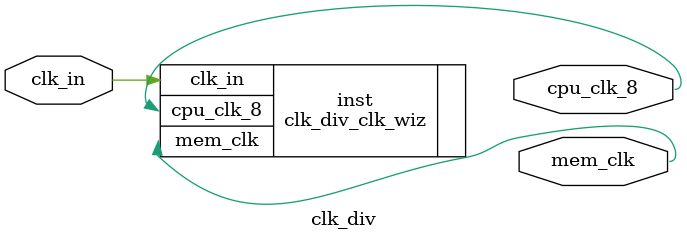
<source format=v>


`timescale 1ps/1ps

(* CORE_GENERATION_INFO = "clk_div,clk_wiz_v5_4_3_0,{component_name=clk_div,use_phase_alignment=true,use_min_o_jitter=false,use_max_i_jitter=false,use_dyn_phase_shift=false,use_inclk_switchover=false,use_dyn_reconfig=false,enable_axi=0,feedback_source=FDBK_AUTO,PRIMITIVE=MMCM,num_out_clk=2,clkin1_period=10.000,clkin2_period=10.000,use_power_down=false,use_reset=false,use_locked=false,use_inclk_stopped=false,feedback_type=SINGLE,CLOCK_MGR_TYPE=NA,manual_override=false}" *)

module clk_div 
 (
  // Clock out ports
  output        cpu_clk_8,
  output        mem_clk,
 // Clock in ports
  input         clk_in
 );

  clk_div_clk_wiz inst
  (
  // Clock out ports  
  .cpu_clk_8(cpu_clk_8),
  .mem_clk(mem_clk),
 // Clock in ports
  .clk_in(clk_in)
  );

endmodule

</source>
